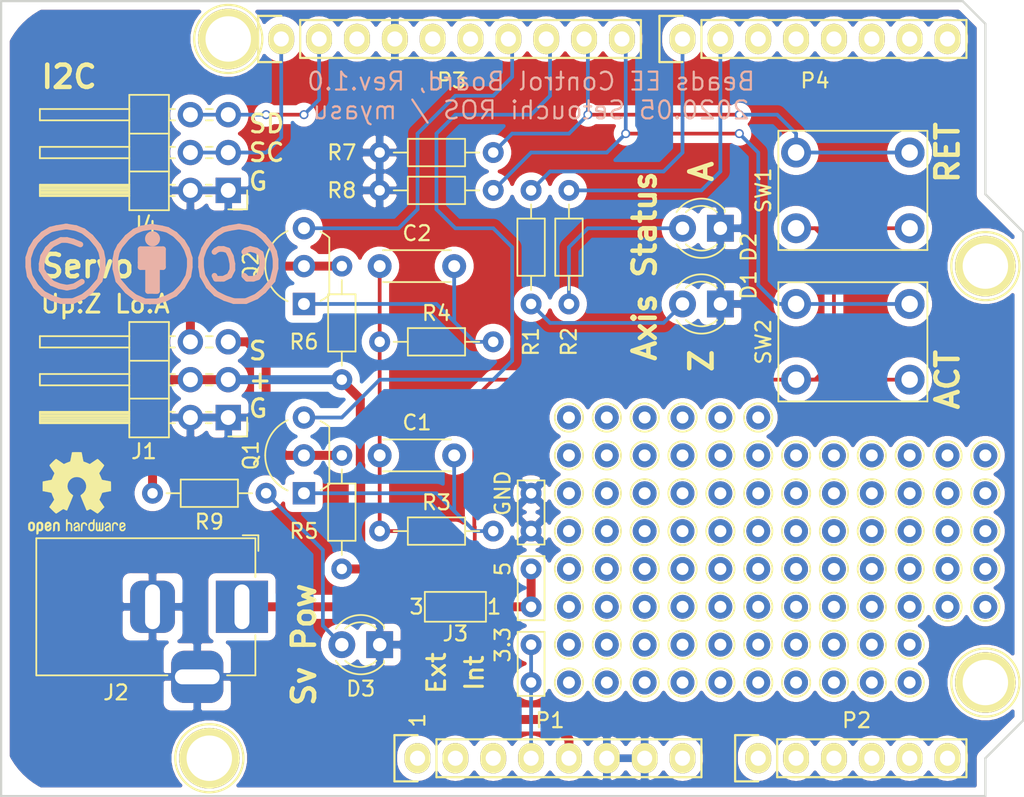
<source format=kicad_pcb>
(kicad_pcb (version 20171130) (host pcbnew "(5.1.6)-1")
  (title_block (title "Beads End Effector Driver for Arduino UNO") (date 2020-05-24) (rev Rev.1.0) (company "Setouchi ROS") (comment 4 CC-BY-SA))
  (layers (0 F.Cu signal) (31 B.Cu signal) (34 B.Paste user hide) (35 F.Paste user hide) (36 B.SilkS user) (37 F.SilkS user) (38 B.Mask user hide) (39 F.Mask user hide) (44 Edge.Cuts user))
  (net 0 "")
  (net 1 +5V)
  (net 2 GND)
  (net 3 "/A4(SDA)")
  (net 4 "/A5(SCL)")
  (net 5 "/9(**)")
  (net 6 /8)
  (net 7 /7)
  (net 8 "/6(**)")
  (net 9 "/10(**/SS)")
  (net 10 +3V3)
  (net 11 "/11(**/MOSI)")
  (net 12 "Net-(C1-Pad2)")
  (net 13 "Net-(C2-Pad2)")
  (net 14 /ServoSig_A)
  (net 15 /ServoSig_Z)
  (net 16 VS)
  (net 17 "Net-(D1-Pad2)")
  (net 18 "Net-(D2-Pad2)")
  (net 19 "Net-(D3-Pad2)")
  (net 20 /SvPow)
  (module TestPoint:TestPoint_THTPad_D1.5mm_Drill0.7mm (layer F.Cu) (at 177.038 113.665 90)
    (fp_text reference TP4 hide)
    (fp_text value TestPoint hide)
    (pad 1 thru_hole circle (at 0 0 90) (size 1.6 1.6) (drill 0.8) (layers *.Cu *.Mask))
  )
  (module TestPoint:TestPoint_THTPad_D1.5mm_Drill0.7mm (layer F.Cu) (at 174.498 113.665 90)
    (fp_text reference TP4 hide)
    (fp_text value TestPoint hide)
    (pad 1 thru_hole circle (at 0 0 90) (size 1.6 1.6) (drill 0.8) (layers *.Cu *.Mask))
  )
  (module TestPoint:TestPoint_THTPad_D1.5mm_Drill0.7mm (layer F.Cu) (at 171.958 113.665 90)
    (fp_text reference TP4 hide)
    (fp_text value TestPoint hide)
    (pad 1 thru_hole circle (at 0 0 90) (size 1.6 1.6) (drill 0.8) (layers *.Cu *.Mask))
  )
  (module TestPoint:TestPoint_THTPad_D1.5mm_Drill0.7mm (layer F.Cu) (at 177.038 111.125 90)
    (fp_text reference TP4 hide)
    (fp_text value TestPoint hide)
    (pad 1 thru_hole circle (at 0 0 90) (size 1.6 1.6) (drill 0.8) (layers *.Cu *.Mask))
  )
  (module TestPoint:TestPoint_THTPad_D1.5mm_Drill0.7mm (layer F.Cu) (at 174.498 111.125 90)
    (fp_text reference TP4 hide)
    (fp_text value TestPoint hide)
    (pad 1 thru_hole circle (at 0 0 90) (size 1.6 1.6) (drill 0.8) (layers *.Cu *.Mask))
  )
  (module TestPoint:TestPoint_THTPad_D1.5mm_Drill0.7mm (layer F.Cu) (at 171.958 111.125 90)
    (fp_text reference TP4 hide)
    (fp_text value TestPoint hide)
    (pad 1 thru_hole circle (at 0 0 90) (size 1.6 1.6) (drill 0.8) (layers *.Cu *.Mask))
  )
  (module TestPoint:TestPoint_THTPad_D1.5mm_Drill0.7mm (layer F.Cu) (at 177.038 108.585 90)
    (fp_text reference TP4 hide)
    (fp_text value TestPoint hide)
    (pad 1 thru_hole circle (at 0 0 90) (size 1.6 1.6) (drill 0.8) (layers *.Cu *.Mask))
  )
  (module TestPoint:TestPoint_THTPad_D1.5mm_Drill0.7mm (layer F.Cu) (at 174.498 108.585 90)
    (fp_text reference TP4 hide)
    (fp_text value TestPoint hide)
    (pad 1 thru_hole circle (at 0 0 90) (size 1.6 1.6) (drill 0.8) (layers *.Cu *.Mask))
  )
  (module TestPoint:TestPoint_THTPad_D1.5mm_Drill0.7mm (layer F.Cu) (at 171.958 108.585 90)
    (fp_text reference TP4 hide)
    (fp_text value TestPoint hide)
    (pad 1 thru_hole circle (at 0 0 90) (size 1.6 1.6) (drill 0.8) (layers *.Cu *.Mask))
  )
  (module TestPoint:TestPoint_THTPad_D1.5mm_Drill0.7mm (layer F.Cu) (at 177.038 106.045 90)
    (fp_text reference TP4 hide)
    (fp_text value TestPoint hide)
    (pad 1 thru_hole circle (at 0 0 90) (size 1.6 1.6) (drill 0.8) (layers *.Cu *.Mask))
  )
  (module TestPoint:TestPoint_THTPad_D1.5mm_Drill0.7mm (layer F.Cu) (at 174.498 106.045 90)
    (fp_text reference TP4 hide)
    (fp_text value TestPoint hide)
    (pad 1 thru_hole circle (at 0 0 90) (size 1.6 1.6) (drill 0.8) (layers *.Cu *.Mask))
  )
  (module TestPoint:TestPoint_THTPad_D1.5mm_Drill0.7mm (layer F.Cu) (at 171.958 106.045 90)
    (fp_text reference TP4 hide)
    (fp_text value TestPoint hide)
    (pad 1 thru_hole circle (at 0 0 90) (size 1.6 1.6) (drill 0.8) (layers *.Cu *.Mask))
  )
  (module TestPoint:TestPoint_THTPad_D1.5mm_Drill0.7mm (layer F.Cu) (at 177.038 103.505 90)
    (fp_text reference TP4 hide)
    (fp_text value TestPoint hide)
    (pad 1 thru_hole circle (at 0 0 90) (size 1.6 1.6) (drill 0.8) (layers *.Cu *.Mask))
  )
  (module TestPoint:TestPoint_THTPad_D1.5mm_Drill0.7mm (layer F.Cu) (at 174.498 103.505 90)
    (fp_text reference TP4 hide)
    (fp_text value TestPoint hide)
    (pad 1 thru_hole circle (at 0 0 90) (size 1.6 1.6) (drill 0.8) (layers *.Cu *.Mask))
  )
  (module TestPoint:TestPoint_THTPad_D1.5mm_Drill0.7mm (layer F.Cu) (at 171.958 118.745 90)
    (fp_text reference TP4 hide)
    (fp_text value TestPoint hide)
    (pad 1 thru_hole circle (at 0 0 90) (size 1.6 1.6) (drill 0.8) (layers *.Cu *.Mask))
  )
  (module TestPoint:TestPoint_THTPad_D1.5mm_Drill0.7mm (layer F.Cu) (at 169.418 118.745 90)
    (fp_text reference TP4 hide)
    (fp_text value TestPoint hide)
    (pad 1 thru_hole circle (at 0 0 90) (size 1.6 1.6) (drill 0.8) (layers *.Cu *.Mask))
  )
  (module TestPoint:TestPoint_THTPad_D1.5mm_Drill0.7mm (layer F.Cu) (at 166.878 118.745 90)
    (fp_text reference TP4 hide)
    (fp_text value TestPoint hide)
    (pad 1 thru_hole circle (at 0 0 90) (size 1.6 1.6) (drill 0.8) (layers *.Cu *.Mask))
  )
  (module TestPoint:TestPoint_THTPad_D1.5mm_Drill0.7mm (layer F.Cu) (at 164.338 118.745 90)
    (fp_text reference TP4 hide)
    (fp_text value TestPoint hide)
    (pad 1 thru_hole circle (at 0 0 90) (size 1.6 1.6) (drill 0.8) (layers *.Cu *.Mask))
  )
  (module TestPoint:TestPoint_THTPad_D1.5mm_Drill0.7mm (layer F.Cu) (at 171.958 116.205 90)
    (fp_text reference TP4 hide)
    (fp_text value TestPoint hide)
    (pad 1 thru_hole circle (at 0 0 90) (size 1.6 1.6) (drill 0.8) (layers *.Cu *.Mask))
  )
  (module TestPoint:TestPoint_THTPad_D1.5mm_Drill0.7mm (layer F.Cu) (at 169.418 116.205 90)
    (fp_text reference TP4 hide)
    (fp_text value TestPoint hide)
    (pad 1 thru_hole circle (at 0 0 90) (size 1.6 1.6) (drill 0.8) (layers *.Cu *.Mask))
  )
  (module TestPoint:TestPoint_THTPad_D1.5mm_Drill0.7mm (layer F.Cu) (at 166.878 116.205 90)
    (fp_text reference TP4 hide)
    (fp_text value TestPoint hide)
    (pad 1 thru_hole circle (at 0 0 90) (size 1.6 1.6) (drill 0.8) (layers *.Cu *.Mask))
  )
  (module TestPoint:TestPoint_THTPad_D1.5mm_Drill0.7mm (layer F.Cu) (at 164.338 116.205 90)
    (fp_text reference TP4 hide)
    (fp_text value TestPoint hide)
    (pad 1 thru_hole circle (at 0 0 90) (size 1.6 1.6) (drill 0.8) (layers *.Cu *.Mask))
  )
  (module TestPoint:TestPoint_THTPad_D1.5mm_Drill0.7mm (layer F.Cu) (at 169.418 113.665 90)
    (fp_text reference TP4 hide)
    (fp_text value TestPoint hide)
    (pad 1 thru_hole circle (at 0 0 90) (size 1.6 1.6) (drill 0.8) (layers *.Cu *.Mask))
  )
  (module TestPoint:TestPoint_THTPad_D1.5mm_Drill0.7mm (layer F.Cu) (at 166.878 113.665 90)
    (fp_text reference TP4 hide)
    (fp_text value TestPoint hide)
    (pad 1 thru_hole circle (at 0 0 90) (size 1.6 1.6) (drill 0.8) (layers *.Cu *.Mask))
  )
  (module TestPoint:TestPoint_THTPad_D1.5mm_Drill0.7mm (layer F.Cu) (at 164.338 113.665 90)
    (fp_text reference TP4 hide)
    (fp_text value TestPoint hide)
    (pad 1 thru_hole circle (at 0 0 90) (size 1.6 1.6) (drill 0.8) (layers *.Cu *.Mask))
  )
  (module TestPoint:TestPoint_THTPad_D1.5mm_Drill0.7mm (layer F.Cu) (at 169.418 111.125 90)
    (fp_text reference TP4 hide)
    (fp_text value TestPoint hide)
    (pad 1 thru_hole circle (at 0 0 90) (size 1.6 1.6) (drill 0.8) (layers *.Cu *.Mask))
  )
  (module TestPoint:TestPoint_THTPad_D1.5mm_Drill0.7mm (layer F.Cu) (at 166.878 111.125 90)
    (fp_text reference TP4 hide)
    (fp_text value TestPoint hide)
    (pad 1 thru_hole circle (at 0 0 90) (size 1.6 1.6) (drill 0.8) (layers *.Cu *.Mask))
  )
  (module TestPoint:TestPoint_THTPad_D1.5mm_Drill0.7mm (layer F.Cu) (at 164.338 111.125 90)
    (fp_text reference TP4 hide)
    (fp_text value TestPoint hide)
    (pad 1 thru_hole circle (at 0 0 90) (size 1.6 1.6) (drill 0.8) (layers *.Cu *.Mask))
  )
  (module TestPoint:TestPoint_THTPad_D1.5mm_Drill0.7mm (layer F.Cu) (at 169.418 108.585 90)
    (fp_text reference TP4 hide)
    (fp_text value TestPoint hide)
    (pad 1 thru_hole circle (at 0 0 90) (size 1.6 1.6) (drill 0.8) (layers *.Cu *.Mask))
  )
  (module TestPoint:TestPoint_THTPad_D1.5mm_Drill0.7mm (layer F.Cu) (at 166.878 108.585 90)
    (fp_text reference TP4 hide)
    (fp_text value TestPoint hide)
    (pad 1 thru_hole circle (at 0 0 90) (size 1.6 1.6) (drill 0.8) (layers *.Cu *.Mask))
  )
  (module TestPoint:TestPoint_THTPad_D1.5mm_Drill0.7mm (layer F.Cu) (at 164.338 108.585 90)
    (fp_text reference TP4 hide)
    (fp_text value TestPoint hide)
    (pad 1 thru_hole circle (at 0 0 90) (size 1.6 1.6) (drill 0.8) (layers *.Cu *.Mask))
  )
  (module TestPoint:TestPoint_THTPad_D1.5mm_Drill0.7mm (layer F.Cu) (at 169.418 106.045 90)
    (fp_text reference TP4 hide)
    (fp_text value TestPoint hide)
    (pad 1 thru_hole circle (at 0 0 90) (size 1.6 1.6) (drill 0.8) (layers *.Cu *.Mask))
  )
  (module TestPoint:TestPoint_THTPad_D1.5mm_Drill0.7mm (layer F.Cu) (at 166.878 106.045 90)
    (fp_text reference TP4 hide)
    (fp_text value TestPoint hide)
    (pad 1 thru_hole circle (at 0 0 90) (size 1.6 1.6) (drill 0.8) (layers *.Cu *.Mask))
  )
  (module TestPoint:TestPoint_THTPad_D1.5mm_Drill0.7mm (layer F.Cu) (at 164.338 106.045 90)
    (fp_text reference TP4 hide)
    (fp_text value TestPoint hide)
    (pad 1 thru_hole circle (at 0 0 90) (size 1.6 1.6) (drill 0.8) (layers *.Cu *.Mask))
  )
  (module TestPoint:TestPoint_THTPad_D1.5mm_Drill0.7mm (layer F.Cu) (at 171.958 103.505 90)
    (fp_text reference TP4 hide)
    (fp_text value TestPoint hide)
    (pad 1 thru_hole circle (at 0 0 90) (size 1.6 1.6) (drill 0.8) (layers *.Cu *.Mask))
  )
  (module TestPoint:TestPoint_THTPad_D1.5mm_Drill0.7mm (layer F.Cu) (at 169.418 103.505 90)
    (fp_text reference TP4 hide)
    (fp_text value TestPoint hide)
    (pad 1 thru_hole circle (at 0 0 90) (size 1.6 1.6) (drill 0.8) (layers *.Cu *.Mask))
  )
  (module TestPoint:TestPoint_THTPad_D1.5mm_Drill0.7mm (layer F.Cu) (at 166.878 103.505 90)
    (fp_text reference TP4 hide)
    (fp_text value TestPoint hide)
    (pad 1 thru_hole circle (at 0 0 90) (size 1.6 1.6) (drill 0.8) (layers *.Cu *.Mask))
  )
  (module TestPoint:TestPoint_THTPad_D1.5mm_Drill0.7mm (layer F.Cu) (at 164.338 103.505 90)
    (fp_text reference TP4 hide)
    (fp_text value TestPoint hide)
    (pad 1 thru_hole circle (at 0 0 90) (size 1.6 1.6) (drill 0.8) (layers *.Cu *.Mask))
  )
  (module TestPoint:TestPoint_THTPad_D1.5mm_Drill0.7mm (layer F.Cu) (at 149.098 100.965 90)
    (fp_text reference TP4 hide)
    (fp_text value TestPoint hide)
    (pad 1 thru_hole circle (at 0 0 90) (size 1.6 1.6) (drill 0.8) (layers *.Cu *.Mask))
  )
  (module TestPoint:TestPoint_THTPad_D1.5mm_Drill0.7mm (layer F.Cu) (at 161.798 118.745 90)
    (fp_text reference TP4 hide)
    (fp_text value TestPoint hide)
    (pad 1 thru_hole circle (at 0 0 90) (size 1.6 1.6) (drill 0.8) (layers *.Cu *.Mask))
  )
  (module TestPoint:TestPoint_THTPad_D1.5mm_Drill0.7mm (layer F.Cu) (at 159.258 118.745 90)
    (fp_text reference TP4 hide)
    (fp_text value TestPoint hide)
    (pad 1 thru_hole circle (at 0 0 90) (size 1.6 1.6) (drill 0.8) (layers *.Cu *.Mask))
  )
  (module TestPoint:TestPoint_THTPad_D1.5mm_Drill0.7mm (layer F.Cu) (at 156.718 118.745 90)
    (fp_text reference TP4 hide)
    (fp_text value TestPoint hide)
    (pad 1 thru_hole circle (at 0 0 90) (size 1.6 1.6) (drill 0.8) (layers *.Cu *.Mask))
  )
  (module TestPoint:TestPoint_THTPad_D1.5mm_Drill0.7mm (layer F.Cu) (at 154.178 118.745 90)
    (fp_text reference TP4 hide)
    (fp_text value TestPoint hide)
    (pad 1 thru_hole circle (at 0 0 90) (size 1.6 1.6) (drill 0.8) (layers *.Cu *.Mask))
  )
  (module TestPoint:TestPoint_THTPad_D1.5mm_Drill0.7mm (layer F.Cu) (at 151.638 118.745 90)
    (fp_text reference TP4 hide)
    (fp_text value TestPoint hide)
    (pad 1 thru_hole circle (at 0 0 90) (size 1.6 1.6) (drill 0.8) (layers *.Cu *.Mask))
  )
  (module TestPoint:TestPoint_THTPad_D1.5mm_Drill0.7mm (layer F.Cu) (at 149.098 118.745 90)
    (fp_text reference TP4 hide)
    (fp_text value TestPoint hide)
    (pad 1 thru_hole circle (at 0 0 90) (size 1.6 1.6) (drill 0.8) (layers *.Cu *.Mask))
  )
  (module TestPoint:TestPoint_THTPad_D1.5mm_Drill0.7mm (layer F.Cu) (at 161.798 116.205 90)
    (fp_text reference TP4 hide)
    (fp_text value TestPoint hide)
    (pad 1 thru_hole circle (at 0 0 90) (size 1.6 1.6) (drill 0.8) (layers *.Cu *.Mask))
  )
  (module TestPoint:TestPoint_THTPad_D1.5mm_Drill0.7mm (layer F.Cu) (at 159.258 116.205 90)
    (fp_text reference TP4 hide)
    (fp_text value TestPoint hide)
    (pad 1 thru_hole circle (at 0 0 90) (size 1.6 1.6) (drill 0.8) (layers *.Cu *.Mask))
  )
  (module TestPoint:TestPoint_THTPad_D1.5mm_Drill0.7mm (layer F.Cu) (at 156.718 116.205 90)
    (fp_text reference TP4 hide)
    (fp_text value TestPoint hide)
    (pad 1 thru_hole circle (at 0 0 90) (size 1.6 1.6) (drill 0.8) (layers *.Cu *.Mask))
  )
  (module TestPoint:TestPoint_THTPad_D1.5mm_Drill0.7mm (layer F.Cu) (at 154.178 116.205 90)
    (fp_text reference TP4 hide)
    (fp_text value TestPoint hide)
    (pad 1 thru_hole circle (at 0 0 90) (size 1.6 1.6) (drill 0.8) (layers *.Cu *.Mask))
  )
  (module TestPoint:TestPoint_THTPad_D1.5mm_Drill0.7mm (layer F.Cu) (at 151.638 116.205 90)
    (fp_text reference TP4 hide)
    (fp_text value TestPoint hide)
    (pad 1 thru_hole circle (at 0 0 90) (size 1.6 1.6) (drill 0.8) (layers *.Cu *.Mask))
  )
  (module TestPoint:TestPoint_THTPad_D1.5mm_Drill0.7mm (layer F.Cu) (at 149.098 116.205 90)
    (fp_text reference TP4 hide)
    (fp_text value TestPoint hide)
    (pad 1 thru_hole circle (at 0 0 90) (size 1.6 1.6) (drill 0.8) (layers *.Cu *.Mask))
  )
  (module TestPoint:TestPoint_THTPad_D1.5mm_Drill0.7mm (layer F.Cu) (at 161.798 113.665 90)
    (fp_text reference TP4 hide)
    (fp_text value TestPoint hide)
    (pad 1 thru_hole circle (at 0 0 90) (size 1.6 1.6) (drill 0.8) (layers *.Cu *.Mask))
  )
  (module TestPoint:TestPoint_THTPad_D1.5mm_Drill0.7mm (layer F.Cu) (at 159.258 113.665 90)
    (fp_text reference TP4 hide)
    (fp_text value TestPoint hide)
    (pad 1 thru_hole circle (at 0 0 90) (size 1.6 1.6) (drill 0.8) (layers *.Cu *.Mask))
  )
  (module TestPoint:TestPoint_THTPad_D1.5mm_Drill0.7mm (layer F.Cu) (at 156.718 113.665 90)
    (fp_text reference TP4 hide)
    (fp_text value TestPoint hide)
    (pad 1 thru_hole circle (at 0 0 90) (size 1.6 1.6) (drill 0.8) (layers *.Cu *.Mask))
  )
  (module TestPoint:TestPoint_THTPad_D1.5mm_Drill0.7mm (layer F.Cu) (at 154.178 113.665 90)
    (fp_text reference TP4 hide)
    (fp_text value TestPoint hide)
    (pad 1 thru_hole circle (at 0 0 90) (size 1.6 1.6) (drill 0.8) (layers *.Cu *.Mask))
  )
  (module TestPoint:TestPoint_THTPad_D1.5mm_Drill0.7mm (layer F.Cu) (at 151.638 113.665 90)
    (fp_text reference TP4 hide)
    (fp_text value TestPoint hide)
    (pad 1 thru_hole circle (at 0 0 90) (size 1.6 1.6) (drill 0.8) (layers *.Cu *.Mask))
  )
  (module TestPoint:TestPoint_THTPad_D1.5mm_Drill0.7mm (layer F.Cu) (at 149.098 113.665 90)
    (fp_text reference TP4 hide)
    (fp_text value TestPoint hide)
    (pad 1 thru_hole circle (at 0 0 90) (size 1.6 1.6) (drill 0.8) (layers *.Cu *.Mask))
  )
  (module TestPoint:TestPoint_THTPad_D1.5mm_Drill0.7mm (layer F.Cu) (at 161.798 111.125 90)
    (fp_text reference TP4 hide)
    (fp_text value TestPoint hide)
    (pad 1 thru_hole circle (at 0 0 90) (size 1.6 1.6) (drill 0.8) (layers *.Cu *.Mask))
  )
  (module TestPoint:TestPoint_THTPad_D1.5mm_Drill0.7mm (layer F.Cu) (at 159.258 111.125 90)
    (fp_text reference TP4 hide)
    (fp_text value TestPoint hide)
    (pad 1 thru_hole circle (at 0 0 90) (size 1.6 1.6) (drill 0.8) (layers *.Cu *.Mask))
  )
  (module TestPoint:TestPoint_THTPad_D1.5mm_Drill0.7mm (layer F.Cu) (at 156.718 111.125 90)
    (fp_text reference TP4 hide)
    (fp_text value TestPoint hide)
    (pad 1 thru_hole circle (at 0 0 90) (size 1.6 1.6) (drill 0.8) (layers *.Cu *.Mask))
  )
  (module TestPoint:TestPoint_THTPad_D1.5mm_Drill0.7mm (layer F.Cu) (at 154.178 111.125 90)
    (fp_text reference TP4 hide)
    (fp_text value TestPoint hide)
    (pad 1 thru_hole circle (at 0 0 90) (size 1.6 1.6) (drill 0.8) (layers *.Cu *.Mask))
  )
  (module TestPoint:TestPoint_THTPad_D1.5mm_Drill0.7mm (layer F.Cu) (at 151.638 111.125 90)
    (fp_text reference TP4 hide)
    (fp_text value TestPoint hide)
    (pad 1 thru_hole circle (at 0 0 90) (size 1.6 1.6) (drill 0.8) (layers *.Cu *.Mask))
  )
  (module TestPoint:TestPoint_THTPad_D1.5mm_Drill0.7mm (layer F.Cu) (at 149.098 111.125 90)
    (fp_text reference TP4 hide)
    (fp_text value TestPoint hide)
    (pad 1 thru_hole circle (at 0 0 90) (size 1.6 1.6) (drill 0.8) (layers *.Cu *.Mask))
  )
  (module TestPoint:TestPoint_THTPad_D1.5mm_Drill0.7mm (layer F.Cu) (at 161.798 108.585 90)
    (fp_text reference TP4 hide)
    (fp_text value TestPoint hide)
    (pad 1 thru_hole circle (at 0 0 90) (size 1.6 1.6) (drill 0.8) (layers *.Cu *.Mask))
  )
  (module TestPoint:TestPoint_THTPad_D1.5mm_Drill0.7mm (layer F.Cu) (at 159.258 108.585 90)
    (fp_text reference TP4 hide)
    (fp_text value TestPoint hide)
    (pad 1 thru_hole circle (at 0 0 90) (size 1.6 1.6) (drill 0.8) (layers *.Cu *.Mask))
  )
  (module TestPoint:TestPoint_THTPad_D1.5mm_Drill0.7mm (layer F.Cu) (at 156.718 108.585 90)
    (fp_text reference TP4 hide)
    (fp_text value TestPoint hide)
    (pad 1 thru_hole circle (at 0 0 90) (size 1.6 1.6) (drill 0.8) (layers *.Cu *.Mask))
  )
  (module TestPoint:TestPoint_THTPad_D1.5mm_Drill0.7mm (layer F.Cu) (at 154.178 108.585 90)
    (fp_text reference TP4 hide)
    (fp_text value TestPoint hide)
    (pad 1 thru_hole circle (at 0 0 90) (size 1.6 1.6) (drill 0.8) (layers *.Cu *.Mask))
  )
  (module TestPoint:TestPoint_THTPad_D1.5mm_Drill0.7mm (layer F.Cu) (at 151.638 108.585 90)
    (fp_text reference TP4 hide)
    (fp_text value TestPoint hide)
    (pad 1 thru_hole circle (at 0 0 90) (size 1.6 1.6) (drill 0.8) (layers *.Cu *.Mask))
  )
  (module TestPoint:TestPoint_THTPad_D1.5mm_Drill0.7mm (layer F.Cu) (at 149.098 108.585 90)
    (fp_text reference TP4 hide)
    (fp_text value TestPoint hide)
    (pad 1 thru_hole circle (at 0 0 90) (size 1.6 1.6) (drill 0.8) (layers *.Cu *.Mask))
  )
  (module TestPoint:TestPoint_THTPad_D1.5mm_Drill0.7mm (layer F.Cu) (at 161.798 106.045 90)
    (fp_text reference TP4 hide)
    (fp_text value TestPoint hide)
    (pad 1 thru_hole circle (at 0 0 90) (size 1.6 1.6) (drill 0.8) (layers *.Cu *.Mask))
  )
  (module TestPoint:TestPoint_THTPad_D1.5mm_Drill0.7mm (layer F.Cu) (at 159.258 106.045 90)
    (fp_text reference TP4 hide)
    (fp_text value TestPoint hide)
    (pad 1 thru_hole circle (at 0 0 90) (size 1.6 1.6) (drill 0.8) (layers *.Cu *.Mask))
  )
  (module TestPoint:TestPoint_THTPad_D1.5mm_Drill0.7mm (layer F.Cu) (at 156.718 106.045 90)
    (fp_text reference TP4 hide)
    (fp_text value TestPoint hide)
    (pad 1 thru_hole circle (at 0 0 90) (size 1.6 1.6) (drill 0.8) (layers *.Cu *.Mask))
  )
  (module TestPoint:TestPoint_THTPad_D1.5mm_Drill0.7mm (layer F.Cu) (at 154.178 106.045 90)
    (fp_text reference TP4 hide)
    (fp_text value TestPoint hide)
    (pad 1 thru_hole circle (at 0 0 90) (size 1.6 1.6) (drill 0.8) (layers *.Cu *.Mask))
  )
  (module TestPoint:TestPoint_THTPad_D1.5mm_Drill0.7mm (layer F.Cu) (at 151.638 106.045 90)
    (fp_text reference TP4 hide)
    (fp_text value TestPoint hide)
    (pad 1 thru_hole circle (at 0 0 90) (size 1.6 1.6) (drill 0.8) (layers *.Cu *.Mask))
  )
  (module TestPoint:TestPoint_THTPad_D1.5mm_Drill0.7mm (layer F.Cu) (at 149.098 106.045 90)
    (fp_text reference TP4 hide)
    (fp_text value TestPoint hide)
    (pad 1 thru_hole circle (at 0 0 90) (size 1.6 1.6) (drill 0.8) (layers *.Cu *.Mask))
  )
  (module TestPoint:TestPoint_THTPad_D1.5mm_Drill0.7mm (layer F.Cu) (at 161.798 103.505 90)
    (fp_text reference TP4 hide)
    (fp_text value TestPoint hide)
    (pad 1 thru_hole circle (at 0 0 90) (size 1.6 1.6) (drill 0.8) (layers *.Cu *.Mask))
  )
  (module TestPoint:TestPoint_THTPad_D1.5mm_Drill0.7mm (layer F.Cu) (at 159.258 103.505 90)
    (fp_text reference TP4 hide)
    (fp_text value TestPoint hide)
    (pad 1 thru_hole circle (at 0 0 90) (size 1.6 1.6) (drill 0.8) (layers *.Cu *.Mask))
  )
  (module TestPoint:TestPoint_THTPad_D1.5mm_Drill0.7mm (layer F.Cu) (at 156.718 103.505 90)
    (fp_text reference TP4 hide)
    (fp_text value TestPoint hide)
    (pad 1 thru_hole circle (at 0 0 90) (size 1.6 1.6) (drill 0.8) (layers *.Cu *.Mask))
  )
  (module TestPoint:TestPoint_THTPad_D1.5mm_Drill0.7mm (layer F.Cu) (at 154.178 103.505 90)
    (fp_text reference TP4 hide)
    (fp_text value TestPoint hide)
    (pad 1 thru_hole circle (at 0 0 90) (size 1.6 1.6) (drill 0.8) (layers *.Cu *.Mask))
  )
  (module TestPoint:TestPoint_THTPad_D1.5mm_Drill0.7mm (layer F.Cu) (at 151.638 103.505 90)
    (fp_text reference TP4 hide)
    (fp_text value TestPoint hide)
    (pad 1 thru_hole circle (at 0 0 90) (size 1.6 1.6) (drill 0.8) (layers *.Cu *.Mask))
  )
  (module TestPoint:TestPoint_THTPad_D1.5mm_Drill0.7mm (layer F.Cu) (at 149.098 103.505 90)
    (fp_text reference TP4 hide)
    (fp_text value TestPoint hide)
    (pad 1 thru_hole circle (at 0 0 90) (size 1.6 1.6) (drill 0.8) (layers *.Cu *.Mask))
  )
  (module TestPoint:TestPoint_THTPad_D1.5mm_Drill0.7mm (layer F.Cu) (at 161.798 100.965 90)
    (fp_text reference TP4 hide)
    (fp_text value TestPoint hide)
    (pad 1 thru_hole circle (at 0 0 90) (size 1.6 1.6) (drill 0.8) (layers *.Cu *.Mask))
  )
  (module TestPoint:TestPoint_THTPad_D1.5mm_Drill0.7mm (layer F.Cu) (at 159.258 100.965 90)
    (fp_text reference TP4 hide)
    (fp_text value TestPoint hide)
    (pad 1 thru_hole circle (at 0 0 90) (size 1.6 1.6) (drill 0.8) (layers *.Cu *.Mask))
  )
  (module TestPoint:TestPoint_THTPad_D1.5mm_Drill0.7mm (layer F.Cu) (at 156.718 100.965 90)
    (fp_text reference TP4 hide)
    (fp_text value TestPoint hide)
    (pad 1 thru_hole circle (at 0 0 90) (size 1.6 1.6) (drill 0.8) (layers *.Cu *.Mask))
  )
  (module TestPoint:TestPoint_THTPad_D1.5mm_Drill0.7mm (layer F.Cu) (at 154.178 100.965 90)
    (fp_text reference TP4 hide)
    (fp_text value TestPoint hide)
    (pad 1 thru_hole circle (at 0 0 90) (size 1.6 1.6) (drill 0.8) (layers *.Cu *.Mask))
  )
  (module TestPoint:TestPoint_THTPad_D1.5mm_Drill0.7mm (layer F.Cu) (at 151.638 100.965 90)
    (fp_text reference TP4 hide)
    (fp_text value TestPoint hide)
    (pad 1 thru_hole circle (at 0 0 90) (size 1.6 1.6) (drill 0.8) (layers *.Cu *.Mask))
  )
  (module TestPoint:TestPoint_Bridge_Pitch2.54mm_Drill0.7mm (layer F.Cu) (at 146.558 113.665 90)
    (fp_text reference TP1 hide)
    (fp_text value TestPoint)
    (pad 1 thru_hole circle (at 2.54 0 90) (size 1.4 1.4) (drill 0.7) (layers *.Cu *.Mask) (net 1 +5V))
    (pad 1 thru_hole circle (at 0 0 90) (size 1.4 1.4) (drill 0.7) (layers *.Cu *.Mask) (net 1 +5V))
  )
  (module TestPoint:TestPoint_Bridge_Pitch2.54mm_Drill0.7mm (layer F.Cu) (at 146.558 108.585 90)
    (fp_text reference TP3 hide)
    (fp_text value TestPoint)
    (pad 1 thru_hole circle (at 2.54 0 90) (size 1.4 1.4) (drill 0.7) (layers *.Cu *.Mask) (net 2 GND))
    (pad 1 thru_hole circle (at 0 0 90) (size 1.4 1.4) (drill 0.7) (layers *.Cu *.Mask) (net 2 GND))
  )
  (module TestPoint:TestPoint_Bridge_Pitch2.54mm_Drill0.7mm (layer F.Cu) (at 146.558 118.745 90)
    (fp_text reference TP2 hide)
    (fp_text value TestPoint)
    (pad 1 thru_hole circle (at 2.54 0 90) (size 1.4 1.4) (drill 0.7) (layers *.Cu *.Mask) (net 10 +3V3))
    (pad 1 thru_hole circle (at 0 0 90) (size 1.4 1.4) (drill 0.7) (layers *.Cu *.Mask) (net 10 +3V3))
  )
  (module Symbol:OSHW-Logo2_7.3x6mm_SilkScreen (layer F.Cu) (at 116.078 106.045)
    (fp_text reference H1 hide)
    (fp_text value MountingHole hide)
  )
  (module Resistor_THT:R_Axial_DIN0204_L3.6mm_D1.6mm_P7.62mm_Horizontal (layer F.Cu) (at 128.778 106.045 180)
    (fp_text reference R9 (at 3.81 -1.92) (layer F.SilkS))
    (fp_text value 4.7k)
    (pad 2 thru_hole oval (at 7.62 0 180) (size 1.4 1.4) (drill 0.7) (layers *.Cu *.Mask) (net 16 VS))
    (pad 1 thru_hole circle (at 0 0 180) (size 1.4 1.4) (drill 0.7) (layers *.Cu *.Mask) (net 19 "Net-(D3-Pad2)"))
  )
  (module LED_THT:LED_D3.0mm (layer F.Cu) (at 136.398 116.205 180)
    (fp_text reference D3 (at 1.27 -2.96) (layer F.SilkS))
    (fp_text value "LED Red")
    (pad 2 thru_hole circle (at 2.54 0 180) (size 1.8 1.8) (drill 0.9) (layers *.Cu *.Mask) (net 19 "Net-(D3-Pad2)"))
    (pad 1 thru_hole rect (at 0 0 180) (size 1.8 1.8) (drill 0.9) (layers *.Cu *.Mask) (net 2 GND))
  )
  (module Package_TO_SOT_THT:TO-92L_Inline_Wide (layer F.Cu) (at 131.318 93.345 90)
    (fp_text reference Q2 (at 2.54 -3.56 90) (layer F.SilkS))
    (fp_text value C1815)
    (pad 1 thru_hole rect (at 0 0 180) (size 1.5 1.5) (drill 0.8) (layers *.Cu *.Mask) (net 13 "Net-(C2-Pad2)"))
    (pad 3 thru_hole circle (at 5.08 0 180) (size 1.5 1.5) (drill 0.8) (layers *.Cu *.Mask) (net 11 "/11(**/MOSI)"))
    (pad 2 thru_hole circle (at 2.54 0 180) (size 1.5 1.5) (drill 0.8) (layers *.Cu *.Mask) (net 14 /ServoSig_A))
  )
  (module Package_TO_SOT_THT:TO-92L_Inline_Wide (layer F.Cu) (at 131.318 106.045 90)
    (fp_text reference Q1 (at 2.54 -3.56 90) (layer F.SilkS))
    (fp_text value C1815)
    (pad 1 thru_hole rect (at 0 0 180) (size 1.5 1.5) (drill 0.8) (layers *.Cu *.Mask) (net 12 "Net-(C1-Pad2)"))
    (pad 3 thru_hole circle (at 5.08 0 180) (size 1.5 1.5) (drill 0.8) (layers *.Cu *.Mask) (net 9 "/10(**/SS)"))
    (pad 2 thru_hole circle (at 2.54 0 180) (size 1.5 1.5) (drill 0.8) (layers *.Cu *.Mask) (net 15 /ServoSig_Z))
  )
  (module _my_kicad_symbol:TactileSwitch_TS-0606 (layer F.Cu) (at 166.878 95.885 90)
    (fp_text reference SW2 (at 0 -4.73 90) (layer F.SilkS))
    (fp_text value RET)
    (pad 2 thru_hole circle (at 2.54 5.08 90) (size 2 2) (drill 1.1) (layers *.Cu *.Mask) (net 6 /8))
    (pad 1 thru_hole circle (at -2.54 5.08 90) (size 2 2) (drill 1.1) (layers *.Cu *.Mask) (net 1 +5V))
    (pad 2 thru_hole circle (at 2.54 -2.54 90) (size 2 2) (drill 1.1) (layers *.Cu *.Mask) (net 6 /8))
    (pad 1 thru_hole circle (at -2.54 -2.54 90) (size 2 2) (drill 1.1) (layers *.Cu *.Mask) (net 1 +5V))
  )
  (module _my_kicad_symbol:TactileSwitch_TS-0606 (layer F.Cu) (at 166.878 85.725 90)
    (fp_text reference SW1 (at 0 -4.73 90) (layer F.SilkS))
    (fp_text value ACT)
    (pad 2 thru_hole circle (at 2.54 5.08 90) (size 2 2) (drill 1.1) (layers *.Cu *.Mask) (net 5 "/9(**)"))
    (pad 1 thru_hole circle (at -2.54 5.08 90) (size 2 2) (drill 1.1) (layers *.Cu *.Mask) (net 1 +5V))
    (pad 2 thru_hole circle (at 2.54 -2.54 90) (size 2 2) (drill 1.1) (layers *.Cu *.Mask) (net 5 "/9(**)"))
    (pad 1 thru_hole circle (at -2.54 -2.54 90) (size 2 2) (drill 1.1) (layers *.Cu *.Mask) (net 1 +5V))
  )
  (module Resistor_THT:R_Axial_DIN0204_L3.6mm_D1.6mm_P7.62mm_Horizontal (layer F.Cu) (at 144.018 85.725 180)
    (fp_text reference R8 (at 10.16 0) (layer F.SilkS))
    (fp_text value 10k)
    (pad 2 thru_hole oval (at 7.62 0 180) (size 1.4 1.4) (drill 0.7) (layers *.Cu *.Mask) (net 2 GND))
    (pad 1 thru_hole circle (at 0 0 180) (size 1.4 1.4) (drill 0.7) (layers *.Cu *.Mask) (net 6 /8))
  )
  (module Resistor_THT:R_Axial_DIN0204_L3.6mm_D1.6mm_P7.62mm_Horizontal (layer F.Cu) (at 144.018 83.185 180)
    (fp_text reference R7 (at 10.16 0) (layer F.SilkS))
    (fp_text value 10k)
    (pad 2 thru_hole oval (at 7.62 0 180) (size 1.4 1.4) (drill 0.7) (layers *.Cu *.Mask) (net 2 GND))
    (pad 1 thru_hole circle (at 0 0 180) (size 1.4 1.4) (drill 0.7) (layers *.Cu *.Mask) (net 5 "/9(**)"))
  )
  (module Resistor_THT:R_Axial_DIN0204_L3.6mm_D1.6mm_P7.62mm_Horizontal (layer F.Cu) (at 133.858 98.425 90)
    (fp_text reference R6 (at 2.54 -2.54 180) (layer F.SilkS))
    (fp_text value 470)
    (pad 2 thru_hole oval (at 7.62 0 90) (size 1.4 1.4) (drill 0.7) (layers *.Cu *.Mask) (net 14 /ServoSig_A))
    (pad 1 thru_hole circle (at 0 0 90) (size 1.4 1.4) (drill 0.7) (layers *.Cu *.Mask) (net 16 VS))
  )
  (module Resistor_THT:R_Axial_DIN0204_L3.6mm_D1.6mm_P7.62mm_Horizontal (layer F.Cu) (at 133.858 111.125 90)
    (fp_text reference R5 (at 2.54 -2.54 180) (layer F.SilkS))
    (fp_text value 470)
    (pad 2 thru_hole oval (at 7.62 0 90) (size 1.4 1.4) (drill 0.7) (layers *.Cu *.Mask) (net 15 /ServoSig_Z))
    (pad 1 thru_hole circle (at 0 0 90) (size 1.4 1.4) (drill 0.7) (layers *.Cu *.Mask) (net 16 VS))
  )
  (module Resistor_THT:R_Axial_DIN0204_L3.6mm_D1.6mm_P7.62mm_Horizontal (layer F.Cu) (at 136.398 95.885)
    (fp_text reference R4 (at 3.81 -1.92) (layer F.SilkS))
    (fp_text value 4.7k)
    (pad 2 thru_hole oval (at 7.62 0) (size 1.4 1.4) (drill 0.7) (layers *.Cu *.Mask) (net 13 "Net-(C2-Pad2)"))
    (pad 1 thru_hole circle (at 0 0) (size 1.4 1.4) (drill 0.7) (layers *.Cu *.Mask) (net 1 +5V))
  )
  (module Resistor_THT:R_Axial_DIN0204_L3.6mm_D1.6mm_P7.62mm_Horizontal (layer F.Cu) (at 136.398 108.585)
    (fp_text reference R3 (at 3.81 -1.92) (layer F.SilkS))
    (fp_text value 4.7k)
    (pad 2 thru_hole oval (at 7.62 0) (size 1.4 1.4) (drill 0.7) (layers *.Cu *.Mask) (net 12 "Net-(C1-Pad2)"))
    (pad 1 thru_hole circle (at 0 0) (size 1.4 1.4) (drill 0.7) (layers *.Cu *.Mask) (net 1 +5V))
  )
  (module Resistor_THT:R_Axial_DIN0204_L3.6mm_D1.6mm_P7.62mm_Horizontal (layer F.Cu) (at 149.098 93.345 90)
    (fp_text reference R2 (at -2.54 0 90) (layer F.SilkS))
    (fp_text value 4.7k)
    (pad 2 thru_hole oval (at 7.62 0 90) (size 1.4 1.4) (drill 0.7) (layers *.Cu *.Mask) (net 8 "/6(**)"))
    (pad 1 thru_hole circle (at 0 0 90) (size 1.4 1.4) (drill 0.7) (layers *.Cu *.Mask) (net 18 "Net-(D2-Pad2)"))
  )
  (module Resistor_THT:R_Axial_DIN0204_L3.6mm_D1.6mm_P7.62mm_Horizontal (layer F.Cu) (at 146.558 93.345 90)
    (fp_text reference R1 (at -2.54 0 90) (layer F.SilkS))
    (fp_text value 4.7k)
    (pad 2 thru_hole oval (at 7.62 0 90) (size 1.4 1.4) (drill 0.7) (layers *.Cu *.Mask) (net 7 /7))
    (pad 1 thru_hole circle (at 0 0 90) (size 1.4 1.4) (drill 0.7) (layers *.Cu *.Mask) (net 17 "Net-(D1-Pad2)"))
  )
  (module Connector_PinHeader_2.54mm:PinHeader_2x03_P2.54mm_Horizontal (layer F.Cu) (at 126.238 85.725 180)
    (fp_text reference J4 (at 5.655 -2.27) (layer F.SilkS))
    (fp_text value I2C)
    (pad 6 thru_hole oval (at 2.54 5.08 180) (size 1.7 1.7) (drill 1) (layers *.Cu *.Mask) (net 3 "/A4(SDA)"))
    (pad 5 thru_hole oval (at 0 5.08 180) (size 1.7 1.7) (drill 1) (layers *.Cu *.Mask) (net 3 "/A4(SDA)"))
    (pad 4 thru_hole oval (at 2.54 2.54 180) (size 1.7 1.7) (drill 1) (layers *.Cu *.Mask) (net 4 "/A5(SCL)"))
    (pad 3 thru_hole oval (at 0 2.54 180) (size 1.7 1.7) (drill 1) (layers *.Cu *.Mask) (net 4 "/A5(SCL)"))
    (pad 2 thru_hole oval (at 2.54 0 180) (size 1.7 1.7) (drill 1) (layers *.Cu *.Mask) (net 2 GND))
    (pad 1 thru_hole rect (at 0 0 180) (size 1.7 1.7) (drill 1) (layers *.Cu *.Mask) (net 2 GND))
  )
  (module Jumper:SolderJumper-3_P1.3mm_Open_Pad1.0x1.5mm_NumberLabels (layer F.Cu) (at 141.478 113.665 180)
    (fp_text reference J3 (at 0 -1.8) (layer F.SilkS))
    (fp_text value "Supply Select")
    (fp_text user 1 (at -2.6 0) (layer F.SilkS))
    (fp_text user 3 (at 2.6 0) (layer F.SilkS))
    (pad 1 smd rect (at -1.3 0 180) (size 1 1.5) (layers F.Cu F.Mask) (net 1 +5V))
    (pad 2 smd rect (at 0 0 180) (size 1 1.5) (layers F.Cu F.Mask) (net 16 VS))
    (pad 3 smd rect (at 1.3 0 180) (size 1 1.5) (layers F.Cu F.Mask) (net 20 /SvPow))
  )
  (module Connector_BarrelJack:BarrelJack_Horizontal (layer F.Cu) (at 127.158 113.665)
    (fp_text reference J2 (at -8.45 5.75) (layer F.SilkS))
    (fp_text value "Servo Pow")
    (pad 3 thru_hole roundrect (at -3 4.7) (size 3.5 3.5) (drill oval 3 1) (layers *.Cu *.Mask) (net 2 GND))
    (pad 2 thru_hole roundrect (at -6 0) (size 3 3.5) (drill oval 1 3) (layers *.Cu *.Mask) (net 2 GND))
    (pad 1 thru_hole rect (at 0 0) (size 3.5 3.5) (drill oval 1 3) (layers *.Cu *.Mask) (net 20 /SvPow))
  )
  (module Connector_PinHeader_2.54mm:PinHeader_2x03_P2.54mm_Horizontal (layer F.Cu) (at 126.238 100.965 180)
    (fp_text reference J1 (at 5.655 -2.27) (layer F.SilkS))
    (fp_text value "Servo Conn")
    (pad 6 thru_hole oval (at 2.54 5.08 180) (size 1.7 1.7) (drill 1) (layers *.Cu *.Mask) (net 14 /ServoSig_A))
    (pad 5 thru_hole oval (at 0 5.08 180) (size 1.7 1.7) (drill 1) (layers *.Cu *.Mask) (net 15 /ServoSig_Z))
    (pad 4 thru_hole oval (at 2.54 2.54 180) (size 1.7 1.7) (drill 1) (layers *.Cu *.Mask) (net 16 VS))
    (pad 3 thru_hole oval (at 0 2.54 180) (size 1.7 1.7) (drill 1) (layers *.Cu *.Mask) (net 16 VS))
    (pad 2 thru_hole oval (at 2.54 0 180) (size 1.7 1.7) (drill 1) (layers *.Cu *.Mask) (net 2 GND))
    (pad 1 thru_hole rect (at 0 0 180) (size 1.7 1.7) (drill 1) (layers *.Cu *.Mask) (net 2 GND))
  )
  (module _my_kicad_symbol:CC-BY-SA (layer F.Cu) (at 121.158 90.805)
    (fp_text reference H2 hide)
    (fp_text value MountingHole)
  )
  (module LED_THT:LED_D3.0mm (layer F.Cu) (at 159.258 88.265 180)
    (fp_text reference D2 (at -1.905 -1.27 90) (layer F.SilkS))
    (fp_text value "LED Green")
    (pad 2 thru_hole circle (at 2.54 0 180) (size 1.8 1.8) (drill 0.9) (layers *.Cu *.Mask) (net 18 "Net-(D2-Pad2)"))
    (pad 1 thru_hole rect (at 0 0 180) (size 1.8 1.8) (drill 0.9) (layers *.Cu *.Mask) (net 2 GND))
  )
  (module LED_THT:LED_D3.0mm (layer F.Cu) (at 159.258 93.345 180)
    (fp_text reference D1 (at -1.905 1.27 90) (layer F.SilkS))
    (fp_text value "LED Yellow")
    (pad 2 thru_hole circle (at 2.54 0 180) (size 1.8 1.8) (drill 0.9) (layers *.Cu *.Mask) (net 17 "Net-(D1-Pad2)"))
    (pad 1 thru_hole rect (at 0 0 180) (size 1.8 1.8) (drill 0.9) (layers *.Cu *.Mask) (net 2 GND))
  )
  (module Capacitor_THT:C_Disc_D4.3mm_W1.9mm_P5.00mm (layer F.Cu) (at 136.398 90.805)
    (fp_text reference C2 (at 2.5 -2.2) (layer F.SilkS))
    (fp_text value 0.1u)
    (pad 2 thru_hole circle (at 5 0) (size 1.6 1.6) (drill 0.8) (layers *.Cu *.Mask) (net 13 "Net-(C2-Pad2)"))
    (pad 1 thru_hole circle (at 0 0) (size 1.6 1.6) (drill 0.8) (layers *.Cu *.Mask) (net 1 +5V))
  )
  (module Capacitor_THT:C_Disc_D4.3mm_W1.9mm_P5.00mm (layer F.Cu) (at 136.398 103.505)
    (fp_text reference C1 (at 2.5 -2.2) (layer F.SilkS))
    (fp_text value 0.1u)
    (pad 2 thru_hole circle (at 5 0) (size 1.6 1.6) (drill 0.8) (layers *.Cu *.Mask) (net 12 "Net-(C1-Pad2)"))
    (pad 1 thru_hole circle (at 0 0) (size 1.6 1.6) (drill 0.8) (layers *.Cu *.Mask) (net 1 +5V))
  )
  (module Socket_Arduino_Uno:Socket_Strip_Arduino_1x08 (layer F.Cu) (at 138.938 123.825)
    (fp_text reference P1 (at 8.89 -2.54) (layer F.SilkS))
    (fp_text value Power)
    (pad 1 thru_hole oval (at 0 0) (size 1.7272 2.032) (drill 1.016) (layers *.Cu *.Mask F.SilkS))
    (pad 2 thru_hole oval (at 2.54 0) (size 1.7272 2.032) (drill 1.016) (layers *.Cu *.Mask F.SilkS))
    (pad 3 thru_hole oval (at 5.08 0) (size 1.7272 2.032) (drill 1.016) (layers *.Cu *.Mask F.SilkS))
    (pad 4 thru_hole oval (at 7.62 0) (size 1.7272 2.032) (drill 1.016) (layers *.Cu *.Mask F.SilkS) (net 10 +3V3))
    (pad 5 thru_hole oval (at 10.16 0) (size 1.7272 2.032) (drill 1.016) (layers *.Cu *.Mask F.SilkS) (net 1 +5V))
    (pad 6 thru_hole oval (at 12.7 0) (size 1.7272 2.032) (drill 1.016) (layers *.Cu *.Mask F.SilkS) (net 2 GND))
    (pad 7 thru_hole oval (at 15.24 0) (size 1.7272 2.032) (drill 1.016) (layers *.Cu *.Mask F.SilkS) (net 2 GND))
    (pad 8 thru_hole oval (at 17.78 0) (size 1.7272 2.032) (drill 1.016) (layers *.Cu *.Mask F.SilkS))
  )
  (module Socket_Arduino_Uno:Socket_Strip_Arduino_1x06 (layer F.Cu) (at 161.798 123.825)
    (fp_text reference P2 (at 6.604 -2.54) (layer F.SilkS))
    (fp_text value Analog)
    (pad 1 thru_hole oval (at 0 0) (size 1.7272 2.032) (drill 1.016) (layers *.Cu *.Mask F.SilkS))
    (pad 2 thru_hole oval (at 2.54 0) (size 1.7272 2.032) (drill 1.016) (layers *.Cu *.Mask F.SilkS))
    (pad 3 thru_hole oval (at 5.08 0) (size 1.7272 2.032) (drill 1.016) (layers *.Cu *.Mask F.SilkS))
    (pad 4 thru_hole oval (at 7.62 0) (size 1.7272 2.032) (drill 1.016) (layers *.Cu *.Mask F.SilkS))
    (pad 5 thru_hole oval (at 10.16 0) (size 1.7272 2.032) (drill 1.016) (layers *.Cu *.Mask F.SilkS) (net 3 "/A4(SDA)"))
    (pad 6 thru_hole oval (at 12.7 0) (size 1.7272 2.032) (drill 1.016) (layers *.Cu *.Mask F.SilkS) (net 4 "/A5(SCL)"))
  )
  (module Socket_Arduino_Uno:Socket_Strip_Arduino_1x10 (layer F.Cu) (at 129.794 75.565)
    (fp_text reference P3 (at 11.43 2.794) (layer F.SilkS))
    (fp_text value Digital)
    (pad 1 thru_hole oval (at 0 0) (size 1.7272 2.032) (drill 1.016) (layers *.Cu *.Mask F.SilkS) (net 4 "/A5(SCL)"))
    (pad 2 thru_hole oval (at 2.54 0) (size 1.7272 2.032) (drill 1.016) (layers *.Cu *.Mask F.SilkS) (net 3 "/A4(SDA)"))
    (pad 3 thru_hole oval (at 5.08 0) (size 1.7272 2.032) (drill 1.016) (layers *.Cu *.Mask F.SilkS))
    (pad 4 thru_hole oval (at 7.62 0) (size 1.7272 2.032) (drill 1.016) (layers *.Cu *.Mask F.SilkS) (net 2 GND))
    (pad 5 thru_hole oval (at 10.16 0) (size 1.7272 2.032) (drill 1.016) (layers *.Cu *.Mask F.SilkS))
    (pad 6 thru_hole oval (at 12.7 0) (size 1.7272 2.032) (drill 1.016) (layers *.Cu *.Mask F.SilkS))
    (pad 7 thru_hole oval (at 15.24 0) (size 1.7272 2.032) (drill 1.016) (layers *.Cu *.Mask F.SilkS) (net 11 "/11(**/MOSI)"))
    (pad 8 thru_hole oval (at 17.78 0) (size 1.7272 2.032) (drill 1.016) (layers *.Cu *.Mask F.SilkS) (net 9 "/10(**/SS)"))
    (pad 9 thru_hole oval (at 20.32 0) (size 1.7272 2.032) (drill 1.016) (layers *.Cu *.Mask F.SilkS) (net 5 "/9(**)"))
    (pad 10 thru_hole oval (at 22.86 0) (size 1.7272 2.032) (drill 1.016) (layers *.Cu *.Mask F.SilkS) (net 6 /8))
  )
  (module Socket_Arduino_Uno:Socket_Strip_Arduino_1x08 (layer F.Cu) (at 156.718 75.565)
    (fp_text reference P4 (at 8.89 2.794) (layer F.SilkS))
    (fp_text value Digital)
    (pad 1 thru_hole oval (at 0 0) (size 1.7272 2.032) (drill 1.016) (layers *.Cu *.Mask F.SilkS) (net 7 /7))
    (pad 2 thru_hole oval (at 2.54 0) (size 1.7272 2.032) (drill 1.016) (layers *.Cu *.Mask F.SilkS) (net 8 "/6(**)"))
    (pad 3 thru_hole oval (at 5.08 0) (size 1.7272 2.032) (drill 1.016) (layers *.Cu *.Mask F.SilkS))
    (pad 4 thru_hole oval (at 7.62 0) (size 1.7272 2.032) (drill 1.016) (layers *.Cu *.Mask F.SilkS))
    (pad 5 thru_hole oval (at 10.16 0) (size 1.7272 2.032) (drill 1.016) (layers *.Cu *.Mask F.SilkS))
    (pad 6 thru_hole oval (at 12.7 0) (size 1.7272 2.032) (drill 1.016) (layers *.Cu *.Mask F.SilkS))
    (pad 7 thru_hole oval (at 15.24 0) (size 1.7272 2.032) (drill 1.016) (layers *.Cu *.Mask F.SilkS))
    (pad 8 thru_hole oval (at 17.78 0) (size 1.7272 2.032) (drill 1.016) (layers *.Cu *.Mask F.SilkS))
  )
  (module Socket_Arduino_Uno:Arduino_1pin (layer F.Cu) (at 124.968 123.825)
    (fp_text reference P5 hide)
    (fp_text value CONN_01X01 hide)
    (pad 1 thru_hole circle (at 0 0) (size 4.064 4.064) (drill 3.048) (layers *.Cu *.Mask F.SilkS))
  )
  (module Socket_Arduino_Uno:Arduino_1pin (layer F.Cu) (at 177.038 118.745)
    (fp_text reference P6 hide)
    (fp_text value CONN_01X01 hide)
    (pad 1 thru_hole circle (at 0 0) (size 4.064 4.064) (drill 3.048) (layers *.Cu *.Mask F.SilkS))
  )
  (module Socket_Arduino_Uno:Arduino_1pin (layer F.Cu) (at 126.238 75.565)
    (fp_text reference P7 hide)
    (fp_text value CONN_01X01 hide)
    (pad 1 thru_hole circle (at 0 0) (size 4.064 4.064) (drill 3.048) (layers *.Cu *.Mask F.SilkS))
  )
  (module Socket_Arduino_Uno:Arduino_1pin (layer F.Cu) (at 177.038 90.805)
    (fp_text reference P8 hide)
    (fp_text value CONN_01X01 hide)
    (pad 1 thru_hole circle (at 0 0) (size 4.064 4.064) (drill 3.048) (layers *.Cu *.Mask F.SilkS))
  )
  (gr_text "Beads EE Control Board, Rev.1.0\n2020.05 Setouchi ROS / myasu" (at 146.558 79.375) (layer B.SilkS) (effects (font (size 1.2 1.2)) (justify mirror)))
  (gr_text GND (at 144.653 106.045 90) (layer F.SilkS) (effects (font (size 1 1))))
  (gr_text 5 (at 144.653 111.125 90) (layer F.SilkS) (effects (font (size 1 1))))
  (gr_text 3.3 (at 144.653 116.205 90) (layer F.SilkS) (effects (font (size 1 1))))
  (gr_text "SD\nSC\nG" (at 127.508 83.185) (layer F.SilkS) (effects (font (size 1.2 1.2) (thickness 0.2)) (justify left)))
  (gr_text "S\n+\nG" (at 127.508 98.425) (layer F.SilkS) (effects (font (size 1.2 1.2) (thickness 0.2)) (justify left)))
  (gr_text "Up:Z Lo:A" (at 113.538 93.345) (layer F.SilkS) (effects (font (size 1.2 1.2) (thickness 0.2)) (justify left)))
  (gr_text I2C (at 113.538 78.105) (layer F.SilkS) (effects (font (size 1.5 1.5) (thickness 0.3)) (justify left)))
  (gr_text Servo (at 113.538 90.805) (layer F.SilkS) (effects (font (size 1.5 1.5) (thickness 0.3)) (justify left)))
  (gr_text "Sv Pow" (at 131.318 116.205 90) (layer F.SilkS) (effects (font (size 1.5 1.5) (thickness 0.3))))
  (gr_text Int (at 142.748 118.11 90) (layer F.SilkS) (effects (font (size 1.2 1.2) (thickness 0.2))))
  (gr_text Ext (at 140.208 118.11 90) (layer F.SilkS) (effects (font (size 1.2 1.2) (thickness 0.2))))
  (gr_text A (at 157.988 84.455 90) (layer F.SilkS) (effects (font (size 1.5 1.5) (thickness 0.3))))
  (gr_text Z (at 157.988 97.155 90) (layer F.SilkS) (effects (font (size 1.5 1.5) (thickness 0.3))))
  (gr_text "Axis Status" (at 154.178 90.805 90) (layer F.SilkS) (effects (font (size 1.5 1.5) (thickness 0.3))))
  (gr_text RET (at 174.498 83.185 90) (layer F.SilkS) (effects (font (size 1.5 1.5) (thickness 0.3))))
  (gr_text ACT (at 174.498 98.425 90) (layer F.SilkS) (effects (font (size 1.5 1.5) (thickness 0.3))))
  (gr_text 1 (at 138.938 121.285 90) (layer F.SilkS) (effects (font (size 1 1))))
  (gr_line (start 177.038 74.549) (end 175.514 73.025) (angle 90) (layer Edge.Cuts) (width 0.15))
  (gr_line (start 177.038 85.979) (end 177.038 74.549) (angle 90) (layer Edge.Cuts) (width 0.15))
  (gr_line (start 179.578 88.519) (end 177.038 85.979) (angle 90) (layer Edge.Cuts) (width 0.15))
  (gr_line (start 179.578 121.285) (end 179.578 88.519) (angle 90) (layer Edge.Cuts) (width 0.15))
  (gr_line (start 177.038 123.825) (end 179.578 121.285) (angle 90) (layer Edge.Cuts) (width 0.15))
  (gr_line (start 177.038 126.365) (end 177.038 123.825) (angle 90) (layer Edge.Cuts) (width 0.15))
  (gr_line (start 110.998 126.365) (end 177.038 126.365) (angle 90) (layer Edge.Cuts) (width 0.15))
  (gr_line (start 110.998 73.025) (end 110.998 126.365) (angle 90) (layer Edge.Cuts) (width 0.15))
  (gr_line (start 175.514 73.025) (end 110.998 73.025) (angle 90) (layer Edge.Cuts) (width 0.15))
  (segment (start 136.398 90.805) (end 136.398 108.585) (width 0.25) (layer F.Cu) (net 1))
  (segment (start 142.778 109.885) (end 142.778 113.665) (width 0.25) (layer F.Cu) (net 1))
  (segment (start 136.398 108.585) (end 141.478 108.585) (width 0.25) (layer F.Cu) (net 1))
  (segment (start 141.478 108.585) (end 142.778 109.885) (width 0.25) (layer F.Cu) (net 1))
  (segment (start 142.778 108.307998) (end 142.748 108.277998) (width 0.25) (layer F.Cu) (net 1))
  (segment (start 142.778 109.885) (end 142.778 108.307998) (width 0.25) (layer F.Cu) (net 1))
  (segment (start 142.748 108.277998) (end 142.748 99.695) (width 0.25) (layer F.Cu) (net 1))
  (segment (start 144.018 98.425) (end 164.338 98.425) (width 0.25) (layer F.Cu) (net 1))
  (segment (start 142.748 99.695) (end 144.018 98.425) (width 0.25) (layer F.Cu) (net 1))
  (segment (start 164.338 88.265) (end 165.608 88.265) (width 0.25) (layer F.Cu) (net 1))
  (segment (start 165.608 88.265) (end 166.878 89.535) (width 0.25) (layer F.Cu) (net 1))
  (segment (start 166.878 89.535) (end 166.878 97.155) (width 0.25) (layer F.Cu) (net 1))
  (segment (start 166.878 97.155) (end 165.608 98.425) (width 0.25) (layer F.Cu) (net 1))
  (segment (start 165.608 98.425) (end 164.338 98.425) (width 0.25) (layer F.Cu) (net 1))
  (segment (start 164.338 98.425) (end 171.958 98.425) (width 0.25) (layer F.Cu) (net 1))
  (segment (start 164.338 88.265) (end 171.958 88.265) (width 0.25) (layer F.Cu) (net 1))
  (segment (start 142.778 113.665) (end 142.778 119.985) (width 0.6) (layer F.Cu) (net 1))
  (segment (start 142.778 119.985) (end 144.018 121.225) (width 0.6) (layer F.Cu) (net 1))
  (segment (start 144.018 121.225) (end 147.768 121.225) (width 0.6) (layer F.Cu) (net 1))
  (segment (start 149.098 122.555) (end 149.098 123.825) (width 0.6) (layer F.Cu) (net 1))
  (segment (start 147.768 121.225) (end 149.098 122.555) (width 0.6) (layer F.Cu) (net 1))
  (segment (start 142.778 113.665) (end 146.558 113.665) (width 0.6) (layer F.Cu) (net 1))
  (segment (start 146.558 111.125) (end 146.558 113.665) (width 0.6) (layer F.Cu) (net 1))
  (segment (start 123.698 80.645) (end 128.778 80.645) (width 0.25) (layer B.Cu) (net 3))
  (via (at 128.778 80.645) (size 0.6) (drill 0.4) (layers F.Cu B.Cu) (net 3))
  (segment (start 128.778 80.645) (end 131.318 80.645) (width 0.25) (layer F.Cu) (net 3))
  (via (at 131.318 80.645) (size 0.6) (drill 0.4) (layers F.Cu B.Cu) (net 3))
  (segment (start 132.334 75.565) (end 132.334 79.629) (width 0.25) (layer B.Cu) (net 3))
  (segment (start 132.334 79.629) (end 131.318 80.645) (width 0.25) (layer B.Cu) (net 3))
  (segment (start 129.794 75.565) (end 129.794 82.169) (width 0.25) (layer B.Cu) (net 4))
  (segment (start 129.794 82.169) (end 128.778 83.185) (width 0.25) (layer B.Cu) (net 4))
  (segment (start 128.778 83.185) (end 126.238 83.185) (width 0.25) (layer B.Cu) (net 4))
  (segment (start 126.238 83.185) (end 123.698 83.185) (width 0.25) (layer B.Cu) (net 4))
  (segment (start 150.368 75.819) (end 150.114 75.565) (width 0.25) (layer B.Cu) (net 5))
  (segment (start 150.368 80.645) (end 150.368 75.819) (width 0.25) (layer B.Cu) (net 5))
  (segment (start 144.018 83.185) (end 145.288 81.915) (width 0.25) (layer B.Cu) (net 5))
  (segment (start 149.098 81.915) (end 150.368 80.645) (width 0.25) (layer B.Cu) (net 5))
  (segment (start 145.288 81.915) (end 149.098 81.915) (width 0.25) (layer B.Cu) (net 5))
  (via (at 150.368 80.645) (size 0.6) (drill 0.4) (layers F.Cu B.Cu) (net 5))
  (segment (start 150.368 80.645) (end 160.528 80.645) (width 0.25) (layer F.Cu) (net 5))
  (via (at 160.528 80.645) (size 0.6) (drill 0.4) (layers F.Cu B.Cu) (net 5))
  (segment (start 160.528 80.645) (end 163.068 80.645) (width 0.25) (layer B.Cu) (net 5))
  (segment (start 164.338 81.915) (end 164.338 83.185) (width 0.25) (layer B.Cu) (net 5))
  (segment (start 163.068 80.645) (end 164.338 81.915) (width 0.25) (layer B.Cu) (net 5))
  (segment (start 164.338 83.185) (end 171.958 83.185) (width 0.25) (layer B.Cu) (net 5))
  (segment (start 152.654 75.565) (end 152.654 75.819) (width 0.25) (layer B.Cu) (net 6))
  (segment (start 144.018 85.725) (end 146.558 83.185) (width 0.25) (layer B.Cu) (net 6))
  (segment (start 146.558 83.185) (end 151.638 83.185) (width 0.25) (layer B.Cu) (net 6))
  (segment (start 151.638 83.185) (end 152.908 81.915) (width 0.25) (layer B.Cu) (net 6))
  (segment (start 152.908 75.819) (end 152.654 75.565) (width 0.25) (layer B.Cu) (net 6))
  (segment (start 152.908 81.915) (end 152.908 75.819) (width 0.25) (layer B.Cu) (net 6))
  (via (at 152.908 81.915) (size 0.6) (drill 0.4) (layers F.Cu B.Cu) (net 6))
  (segment (start 152.908 81.915) (end 160.528 81.915) (width 0.25) (layer F.Cu) (net 6))
  (via (at 160.528 81.915) (size 0.6) (drill 0.4) (layers F.Cu B.Cu) (net 6))
  (segment (start 160.528 81.915) (end 161.798 83.185) (width 0.25) (layer B.Cu) (net 6))
  (segment (start 161.798 83.185) (end 161.798 92.075) (width 0.25) (layer B.Cu) (net 6))
  (segment (start 161.798 92.075) (end 163.068 93.345) (width 0.25) (layer B.Cu) (net 6))
  (segment (start 163.068 93.345) (end 164.338 93.345) (width 0.25) (layer B.Cu) (net 6))
  (segment (start 164.338 93.345) (end 171.958 93.345) (width 0.25) (layer B.Cu) (net 6))
  (segment (start 146.558 85.725) (end 147.828 84.455) (width 0.25) (layer B.Cu) (net 7))
  (segment (start 147.828 84.455) (end 155.448 84.455) (width 0.25) (layer B.Cu) (net 7))
  (segment (start 155.448 84.455) (end 156.718 83.185) (width 0.25) (layer B.Cu) (net 7))
  (segment (start 156.718 83.185) (end 156.718 75.565) (width 0.25) (layer B.Cu) (net 7))
  (segment (start 149.098 85.725) (end 157.988 85.725) (width 0.25) (layer B.Cu) (net 8))
  (segment (start 157.988 85.725) (end 159.258 84.455) (width 0.25) (layer B.Cu) (net 8))
  (segment (start 159.258 84.455) (end 159.258 75.565) (width 0.25) (layer B.Cu) (net 8))
  (segment (start 147.828 75.819) (end 147.574 75.565) (width 0.25) (layer B.Cu) (net 9))
  (segment (start 145.288 97.155) (end 145.288 89.535) (width 0.25) (layer B.Cu) (net 9))
  (segment (start 147.828 79.375) (end 147.828 75.819) (width 0.25) (layer B.Cu) (net 9))
  (segment (start 144.018 98.425) (end 145.288 97.155) (width 0.25) (layer B.Cu) (net 9))
  (segment (start 136.398 98.425) (end 144.018 98.425) (width 0.25) (layer B.Cu) (net 9))
  (segment (start 131.318 100.965) (end 133.858 100.965) (width 0.25) (layer B.Cu) (net 9))
  (segment (start 133.858 100.965) (end 136.398 98.425) (width 0.25) (layer B.Cu) (net 9))
  (segment (start 145.288 89.535) (end 144.018 88.265) (width 0.25) (layer B.Cu) (net 9))
  (segment (start 144.018 88.265) (end 141.478 88.265) (width 0.25) (layer B.Cu) (net 9))
  (segment (start 146.558 80.645) (end 147.828 79.375) (width 0.25) (layer B.Cu) (net 9))
  (segment (start 141.478 88.265) (end 140.208 86.995) (width 0.25) (layer B.Cu) (net 9))
  (segment (start 140.208 86.995) (end 140.208 81.915) (width 0.25) (layer B.Cu) (net 9))
  (segment (start 141.478 80.645) (end 146.558 80.645) (width 0.25) (layer B.Cu) (net 9))
  (segment (start 140.208 81.915) (end 141.478 80.645) (width 0.25) (layer B.Cu) (net 9))
  (segment (start 146.558 123.825) (end 146.558 116.205) (width 0.25) (layer B.Cu) (net 10))
  (segment (start 145.288 75.819) (end 145.034 75.565) (width 0.25) (layer B.Cu) (net 11))
  (segment (start 145.288 78.105) (end 145.288 75.819) (width 0.25) (layer B.Cu) (net 11))
  (segment (start 144.018 79.375) (end 145.288 78.105) (width 0.25) (layer B.Cu) (net 11))
  (segment (start 137.668 88.265) (end 138.938 86.995) (width 0.25) (layer B.Cu) (net 11))
  (segment (start 131.318 88.265) (end 137.668 88.265) (width 0.25) (layer B.Cu) (net 11))
  (segment (start 138.938 81.915) (end 141.478 79.375) (width 0.25) (layer B.Cu) (net 11))
  (segment (start 138.938 86.995) (end 138.938 81.915) (width 0.25) (layer B.Cu) (net 11))
  (segment (start 141.478 79.375) (end 144.018 79.375) (width 0.25) (layer B.Cu) (net 11))
  (segment (start 141.398 103.505) (end 141.398 107.235) (width 0.25) (layer B.Cu) (net 12))
  (segment (start 141.398 107.235) (end 142.748 108.585) (width 0.25) (layer B.Cu) (net 12))
  (segment (start 142.748 108.585) (end 144.018 108.585) (width 0.25) (layer B.Cu) (net 12))
  (segment (start 131.318 106.045) (end 140.208 106.045) (width 0.25) (layer B.Cu) (net 12))
  (segment (start 140.208 106.045) (end 141.478 107.315) (width 0.25) (layer B.Cu) (net 12))
  (segment (start 141.398 90.805) (end 141.398 94.535) (width 0.25) (layer B.Cu) (net 13))
  (segment (start 141.398 94.535) (end 142.748 95.885) (width 0.25) (layer B.Cu) (net 13))
  (segment (start 142.748 95.885) (end 144.018 95.885) (width 0.25) (layer B.Cu) (net 13))
  (segment (start 131.318 93.345) (end 139.75799 93.345) (width 0.25) (layer B.Cu) (net 13))
  (segment (start 139.75799 93.345) (end 140.208 93.345) (width 0.25) (layer B.Cu) (net 13))
  (segment (start 140.208 93.345) (end 141.478 94.615) (width 0.25) (layer B.Cu) (net 13))
  (segment (start 133.858 90.805) (end 131.318 90.805) (width 0.6) (layer F.Cu) (net 14))
  (segment (start 131.318 90.805) (end 124.968 90.805) (width 0.6) (layer F.Cu) (net 14))
  (segment (start 124.968 90.805) (end 123.698 92.075) (width 0.6) (layer F.Cu) (net 14))
  (segment (start 123.698 92.075) (end 123.698 95.885) (width 0.6) (layer F.Cu) (net 14))
  (segment (start 133.858 103.505) (end 131.318 103.505) (width 0.6) (layer F.Cu) (net 15))
  (segment (start 131.318 103.505) (end 130.048 103.505) (width 0.6) (layer F.Cu) (net 15))
  (segment (start 130.048 103.505) (end 128.778 102.235) (width 0.6) (layer F.Cu) (net 15))
  (segment (start 128.778 102.235) (end 128.778 97.155) (width 0.6) (layer F.Cu) (net 15))
  (segment (start 128.778 97.155) (end 127.508 95.885) (width 0.6) (layer F.Cu) (net 15))
  (segment (start 127.508 95.885) (end 126.238 95.885) (width 0.6) (layer F.Cu) (net 15))
  (segment (start 141.478 113.665) (end 141.478 112.395) (width 0.6) (layer F.Cu) (net 16))
  (segment (start 141.478 112.395) (end 140.208 111.125) (width 0.6) (layer F.Cu) (net 16))
  (segment (start 136.398 111.125) (end 135.128 109.855) (width 0.6) (layer F.Cu) (net 16))
  (segment (start 136.398 111.125) (end 133.858 111.125) (width 0.6) (layer F.Cu) (net 16))
  (segment (start 140.208 111.125) (end 136.398 111.125) (width 0.6) (layer F.Cu) (net 16))
  (segment (start 135.097999 104.129001) (end 135.097999 99.725001) (width 0.6) (layer F.Cu) (net 16))
  (segment (start 135.128 109.855) (end 135.128 104.159002) (width 0.6) (layer F.Cu) (net 16))
  (segment (start 135.128 104.159002) (end 135.097999 104.129001) (width 0.6) (layer F.Cu) (net 16))
  (segment (start 133.858 98.485002) (end 133.858 98.425) (width 0.6) (layer F.Cu) (net 16))
  (segment (start 135.097999 99.725001) (end 133.858 98.485002) (width 0.6) (layer F.Cu) (net 16))
  (segment (start 121.158 99.695) (end 121.158 106.045) (width 0.6) (layer F.Cu) (net 16))
  (segment (start 123.698 98.425) (end 122.428 98.425) (width 0.6) (layer F.Cu) (net 16))
  (segment (start 122.428 98.425) (end 121.158 99.695) (width 0.6) (layer F.Cu) (net 16))
  (via (at 126.238 98.425) (size 0.8) (drill 0.4) (layers F.Cu B.Cu) (net 16))
  (segment (start 133.858 98.425) (end 126.238 98.425) (width 0.6) (layer B.Cu) (net 16))
  (segment (start 123.698 98.425) (end 126.238 98.425) (width 0.6) (layer F.Cu) (net 16))
  (segment (start 146.558 93.345) (end 147.828 94.615) (width 0.25) (layer B.Cu) (net 17))
  (segment (start 155.448 94.615) (end 156.718 93.345) (width 0.25) (layer B.Cu) (net 17))
  (segment (start 147.828 94.615) (end 155.448 94.615) (width 0.25) (layer B.Cu) (net 17))
  (segment (start 149.098 93.345) (end 149.098 89.535) (width 0.25) (layer B.Cu) (net 18))
  (segment (start 150.368 88.265) (end 156.718 88.265) (width 0.25) (layer B.Cu) (net 18))
  (segment (start 149.098 89.535) (end 150.368 88.265) (width 0.25) (layer B.Cu) (net 18))
  (segment (start 128.778 106.045) (end 132.588 109.855) (width 0.25) (layer B.Cu) (net 19))
  (segment (start 132.588 109.855) (end 132.588 114.935) (width 0.25) (layer B.Cu) (net 19))
  (segment (start 132.588 114.935) (end 133.858 116.205) (width 0.25) (layer B.Cu) (net 19))
  (segment (start 127.158 113.665) (end 140.178 113.665) (width 0.6) (layer F.Cu) (net 20))
  (zone (net 2) (net_name GND) (layer F.Cu) (connect_pads (clearance 0.508)) (min_thickness 0.254) (fill yes (arc_segments 32) (thermal_gap 0.508) (thermal_bridge_width 0.508) (smoothing fillet) (radius 5))
    (polygon (pts (xy 177.038 74.295) (xy 177.038 85.725) (xy 179.578 88.265) (xy 179.578 121.285) (xy 177.038 123.825) (xy 177.038 126.365) (xy 110.998 126.365) (xy 110.998 73.025) (xy 175.768 73.025)))
  )
  (zone (net 2) (net_name GND) (layer B.Cu) (connect_pads (clearance 0.508)) (min_thickness 0.254) (fill yes (arc_segments 32) (thermal_gap 0.508) (thermal_bridge_width 0.508) (smoothing fillet) (radius 5))
    (polygon (pts (xy 177.038 74.295) (xy 177.038 85.725) (xy 179.578 88.265) (xy 179.578 121.285) (xy 177.038 123.825) (xy 177.038 126.365) (xy 110.998 126.365) (xy 110.998 73.025) (xy 175.768 73.025)))
  )
)
</source>
